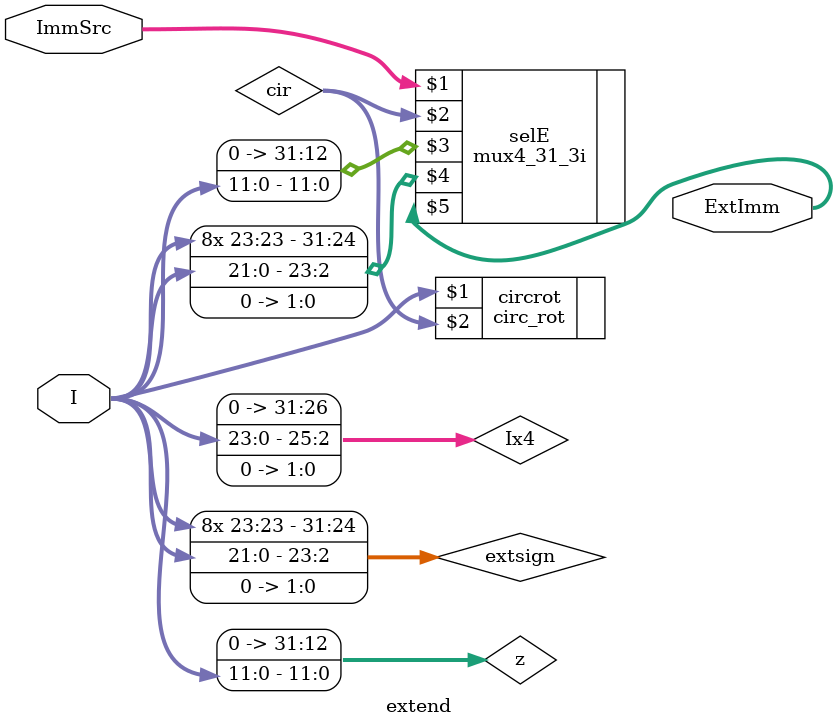
<source format=sv>
module extend(input [23:0] I,input[1:0]ImmSrc,
					output logic [31:0] ExtImm);
	logic [31:0]cir,z,extsign,Ix4;
	assign z[31:12] = 20'b0;
	assign z[11:0] = I[11:0];
	assign Ix4 = I<<2;
	assign extsign	= {{8{I[23]}},Ix4[23:00]};
	circ_rot circrot(I,cir);
	mux4_31_3i selE(ImmSrc,cir,z,extsign,ExtImm);
endmodule
</source>
